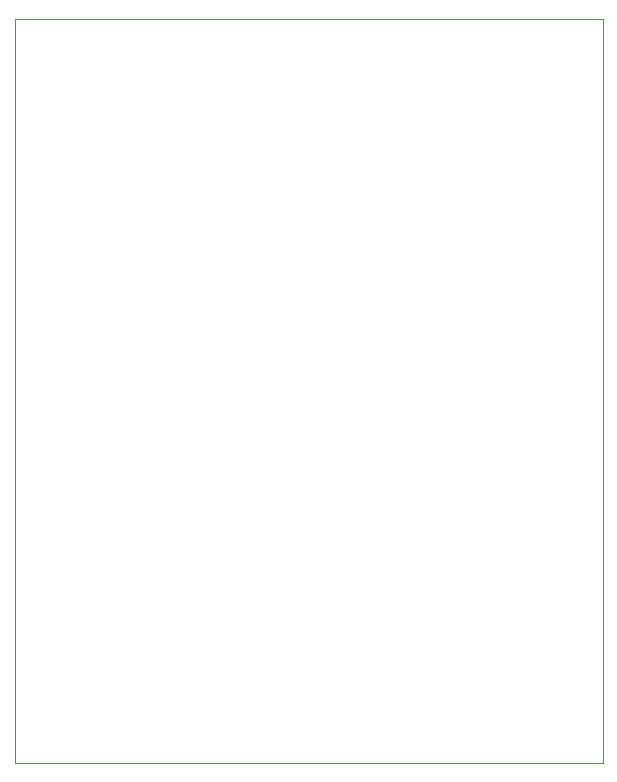
<source format=gbr>
%TF.GenerationSoftware,KiCad,Pcbnew,(5.1.8-0-10_14)*%
%TF.CreationDate,2021-12-17T17:13:00-05:00*%
%TF.ProjectId,PiHatPro,50694861-7450-4726-9f2e-6b696361645f,rev?*%
%TF.SameCoordinates,PX9b0780PY44cb540*%
%TF.FileFunction,Profile,NP*%
%FSLAX46Y46*%
G04 Gerber Fmt 4.6, Leading zero omitted, Abs format (unit mm)*
G04 Created by KiCad (PCBNEW (5.1.8-0-10_14)) date 2021-12-17 17:13:00*
%MOMM*%
%LPD*%
G01*
G04 APERTURE LIST*
%TA.AperFunction,Profile*%
%ADD10C,0.050000*%
%TD*%
G04 APERTURE END LIST*
D10*
X0Y0D02*
X0Y63000000D01*
X49750000Y0D02*
X0Y0D01*
X49750000Y63000000D02*
X49750000Y0D01*
X0Y63000000D02*
X49750000Y63000000D01*
M02*

</source>
